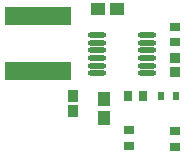
<source format=gtp>
G04*
G04 #@! TF.GenerationSoftware,Altium Limited,Altium Designer,23.3.1 (30)*
G04*
G04 Layer_Color=8421504*
%FSLAX26Y26*%
%MOIN*%
G70*
G04*
G04 #@! TF.SameCoordinates,F690B318-04D5-434D-AB11-BD4B9249E199*
G04*
G04*
G04 #@! TF.FilePolarity,Positive*
G04*
G01*
G75*
%ADD16R,0.037402X0.031496*%
%ADD17R,0.023622X0.031496*%
%ADD18R,0.047575X0.039848*%
%ADD19O,0.062992X0.017716*%
%ADD20R,0.027559X0.033465*%
%ADD21R,0.033465X0.027559*%
%ADD22R,0.033788X0.033711*%
%ADD23R,0.039848X0.047575*%
%ADD24R,0.224409X0.062992*%
%ADD25R,0.035911X0.044531*%
D16*
X3135000Y2570000D02*
D03*
Y2516850D02*
D03*
X2980000Y2571575D02*
D03*
Y2518425D02*
D03*
D17*
X3087008Y2685000D02*
D03*
X3138189D02*
D03*
D18*
X2941570Y2975000D02*
D03*
X2878430D02*
D03*
D19*
X3042244Y2761024D02*
D03*
Y2786614D02*
D03*
Y2812205D02*
D03*
Y2837795D02*
D03*
Y2863386D02*
D03*
Y2888976D02*
D03*
X2872953Y2761024D02*
D03*
Y2786614D02*
D03*
Y2812205D02*
D03*
Y2837795D02*
D03*
Y2863386D02*
D03*
Y2888976D02*
D03*
D20*
X3026811Y2685000D02*
D03*
X2977598D02*
D03*
D21*
X3132598Y2914606D02*
D03*
Y2865394D02*
D03*
D22*
X3135000Y2813661D02*
D03*
Y2766339D02*
D03*
D23*
X2897598Y2613430D02*
D03*
Y2676570D02*
D03*
D24*
X2677598Y2767480D02*
D03*
Y2952520D02*
D03*
D25*
X2792598Y2685000D02*
D03*
Y2634565D02*
D03*
M02*

</source>
